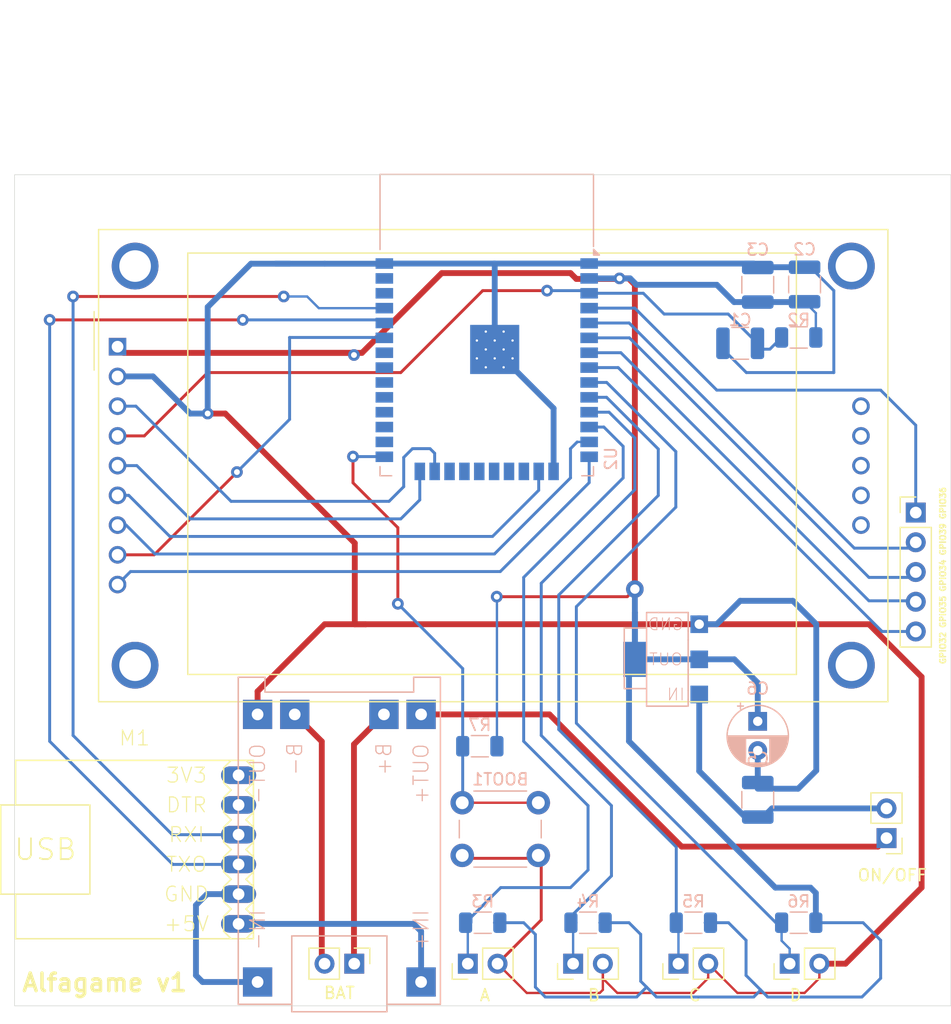
<source format=kicad_pcb>
(kicad_pcb (version 20241229) (generator "pcbnew") (generator_version "9.0")
  (layers (0 "F.Cu" signal) (2 "B.Cu" signal) (13 "F.Paste" user) (15 "B.Paste" user) (5 "F.SilkS" user "F.Silkscreen") (7 "B.SilkS" user "B.Silkscreen") (1 "F.Mask" user) (3 "B.Mask" user) (25 "Edge.Cuts" user))
  (net 0 "")
  (net 1 "RESET")
  (net 4 "LED")
  (net 5 "SCK")
  (net 8 "MOSI")
  (net 10 "D{slash}C")
  (net 11 "MISO")
  (net 12 "CS")
  (net 16 "GPIO36")
  (net 18 "+3V3")
  (net 20 "GPIO32")
  (net 24 "GPIO34")
  (net 26 "GPIO39")
  (net 27 "GPIO35")
  (net 32 "-BATT")
  (net 33 "+VSW")
  (net 34 "+BATT")
  (net 35 "-VSW")
  (net 36 "Net-(J2-Pin_1)")
  (net 37 "Net-(J4-Pin_1)")
  (net 38 "Net-(J5-Pin_1)")
  (net 39 "Net-(J6-Pin_1)")
  (net 42 "GND")
  (net 45 "+5V")
  (net 46 "-5V")
  (net 47 "RX")
  (net 48 "TX")
  (net 49 "Net-(U2-IO0)")
  (footprint "Connector_PinHeader_2.54mm:PinHeader_1x02_P2.54mm_Vertical" (layer "F.Cu") (at 202.225 92.5 90)
    (property "Reference" "J5" (hide yes))
    (property "Value" "Conn_01x02_Socket" (hide yes))
    (pad "1" thru_hole rect (at 0 0 90) (size 1.7 1.7) (drill 1) (layers "*.Cu" "*.Mask") (net 38 "Net-(J5-Pin_1)"))
    (pad "2" thru_hole oval (at 0 2.54 90) (size 1.7 1.7) (drill 1) (layers "*.Cu" "*.Mask") (net 42 "GND"))
  )
  (footprint "Connector_PinHeader_2.54mm:PinHeader_1x02_P2.54mm_Vertical" (layer "F.Cu") (at 184.225 92.5 90)
    (property "Reference" "J2" (hide yes))
    (property "Value" "Conn_01x02_Socket" (hide yes))
    (pad "1" thru_hole rect (at 0 0 90) (size 1.7 1.7) (drill 1) (layers "*.Cu" "*.Mask") (net 36 "Net-(J2-Pin_1)"))
    (pad "2" thru_hole oval (at 0 2.54 90) (size 1.7 1.7) (drill 1) (layers "*.Cu" "*.Mask") (net 42 "GND"))
  )
  (footprint "Connector_PinHeader_2.54mm:PinHeader_1x02_P2.54mm_Vertical" (layer "F.Cu") (at 211.725 92.5 90)
    (property "Reference" "J6" (hide yes))
    (property "Value" "Conn_01x02_Socket" (hide yes))
    (pad "1" thru_hole rect (at 0 0 90) (size 1.7 1.7) (drill 1) (layers "*.Cu" "*.Mask") (net 39 "Net-(J6-Pin_1)"))
    (pad "2" thru_hole oval (at 0 2.54 90) (size 1.7 1.7) (drill 1) (layers "*.Cu" "*.Mask") (net 42 "GND"))
  )
  (footprint "Display:CR2013-MI2120" (layer "F.Cu") (at 154.3 39.79)
    (property "Reference" "DISPLAY2.8\"1" (hide yes))
    (property "Value" "CR2013-MI2120" (hide yes))
    (pad "" thru_hole circle (at 1.5 -6.89) (size 4 4) (drill 2.7) (layers "*.Cu" "*.Mask"))
    (pad "" thru_hole circle (at 1.5 27.21) (size 4 4) (drill 2.7) (layers "*.Cu" "*.Mask"))
    (pad "" thru_hole circle (at 62.7 -6.89) (size 4 4) (drill 2.7) (layers "*.Cu" "*.Mask"))
    (pad "" thru_hole circle (at 62.7 27.21) (size 4 4) (drill 2.7) (layers "*.Cu" "*.Mask"))
    (pad "1" thru_hole rect (at 0 0) (size 1.5 1.5) (drill 1) (layers "*.Cu" "*.Mask") (net 18 "+3V3"))
    (pad "2" thru_hole circle (at 0 2.54) (size 1.5 1.5) (drill 1) (layers "*.Cu" "*.Mask") (net 42 "GND"))
    (pad "3" thru_hole circle (at 0 5.08) (size 1.5 1.5) (drill 1) (layers "*.Cu" "*.Mask") (net 12 "CS"))
    (pad "4" thru_hole circle (at 0 7.62) (size 1.5 1.5) (drill 1) (layers "*.Cu" "*.Mask") (net 1 "RESET"))
    (pad "5" thru_hole circle (at 0 10.16) (size 1.5 1.5) (drill 1) (layers "*.Cu" "*.Mask") (net 10 "D{slash}C"))
    (pad "6" thru_hole circle (at 0 12.7) (size 1.5 1.5) (drill 1) (layers "*.Cu" "*.Mask") (net 8 "MOSI"))
    (pad "7" thru_hole circle (at 0 15.24) (size 1.5 1.5) (drill 1) (layers "*.Cu" "*.Mask") (net 5 "SCK"))
    (pad "8" thru_hole circle (at 0 17.78) (size 1.5 1.5) (drill 1) (layers "*.Cu" "*.Mask") (net 4 "LED"))
    (pad "9" thru_hole circle (at 0 20.32) (size 1.5 1.5) (drill 1) (layers "*.Cu" "*.Mask") (net 11 "MISO"))
    (pad "10" thru_hole circle (at 63.52 5.08) (size 1.5 1.5) (drill 1) (layers "*.Cu" "*.Mask"))
    (pad "11" thru_hole circle (at 63.52 7.62) (size 1.5 1.5) (drill 1) (layers "*.Cu" "*.Mask"))
    (pad "12" thru_hole circle (at 63.52 10.16) (size 1.5 1.5) (drill 1) (layers "*.Cu" "*.Mask"))
    (pad "13" thru_hole circle (at 63.52 12.7) (size 1.5 1.5) (drill 1) (layers "*.Cu" "*.Mask"))
    (pad "14" thru_hole circle (at 63.52 15.24) (size 1.5 1.5) (drill 1) (layers "*.Cu" "*.Mask"))
  )
  (footprint "Connector_PinHeader_2.54mm:PinHeader_1x05_P2.54mm_Vertical" (layer "F.Cu") (at 222.5 53.96)
    (property "Reference" "J1" (hide yes))
    (property "Value" "Conn_01x05_Socket" (hide yes))
    (pad "1" thru_hole rect (at 0 0) (size 1.7 1.7) (drill 1) (layers "*.Cu" "*.Mask") (net 16 "GPIO36"))
    (pad "2" thru_hole oval (at 0 2.54) (size 1.7 1.7) (drill 1) (layers "*.Cu" "*.Mask") (net 26 "GPIO39"))
    (pad "3" thru_hole oval (at 0 5.08) (size 1.7 1.7) (drill 1) (layers "*.Cu" "*.Mask") (net 24 "GPIO34"))
    (pad "4" thru_hole oval (at 0 7.62) (size 1.7 1.7) (drill 1) (layers "*.Cu" "*.Mask") (net 27 "GPIO35"))
    (pad "5" thru_hole oval (at 0 10.16) (size 1.7 1.7) (drill 1) (layers "*.Cu" "*.Mask") (net 20 "GPIO32"))
  )
  (footprint "Connector_PinHeader_2.54mm:PinHeader_1x02_P2.54mm_Vertical" (layer "F.Cu") (at 174.525 92.5 -90)
    (property "Reference" "BAT1" (hide yes))
    (property "Value" "BAT" (hide yes))
    (pad "1" thru_hole rect (at 0 0 270) (size 1.7 1.7) (drill 1) (layers "*.Cu" "*.Mask") (net 34 "+BATT"))
    (pad "2" thru_hole oval (at 0 2.54 270) (size 1.7 1.7) (drill 1) (layers "*.Cu" "*.Mask") (net 32 "-BATT"))
  )
  (footprint "Connector_PinHeader_2.54mm:PinHeader_1x02_P2.54mm_Vertical" (layer "F.Cu") (at 193.225 92.5 90)
    (property "Reference" "J4" (hide yes))
    (property "Value" "Conn_01x02_Socket" (hide yes))
    (pad "1" thru_hole rect (at 0 0 90) (size 1.7 1.7) (drill 1) (layers "*.Cu" "*.Mask") (net 37 "Net-(J4-Pin_1)"))
    (pad "2" thru_hole oval (at 0 2.54 90) (size 1.7 1.7) (drill 1) (layers "*.Cu" "*.Mask") (net 42 "GND"))
  )
  (footprint "Connector_PinHeader_2.54mm:PinHeader_1x02_P2.54mm_Vertical" (layer "F.Cu") (at 220 81.775 180)
    (property "Reference" "SW1" (hide yes))
    (property "Value" "SW" (hide yes))
    (pad "1" thru_hole rect (at 0 0 180) (size 1.7 1.7) (drill 1) (layers "*.Cu" "*.Mask") (net 33 "+VSW"))
    (pad "2" thru_hole oval (at 0 2.54 180) (size 1.7 1.7) (drill 1) (layers "*.Cu" "*.Mask") (net 35 "-VSW"))
  )
  (footprint "Ben_modules:USB-SERIAL-CP2102" (layer "F.Cu") (at 155.75 82.75)
    (property "Reference" "M1" (at 0 -9.525 0) (layer "F.SilkS") (effects (font (size 1.27 1.27) (thickness 0.1016))))
    (property "Value" "USB-SERIAL-CP2102" (hide yes))
    (fp_text user "RXI" (at 4.445 -1.27 0) (layer "F.SilkS") (effects (font (size 1.27 1.27) (thickness 0.1016))))
    (fp_text user "GND" (at 4.445 3.81 0) (layer "F.SilkS") (effects (font (size 1.27 1.27) (thickness 0.1016))))
    (fp_text user "3V3" (at 4.445 -6.35 0) (layer "F.SilkS") (effects (font (size 1.27 1.27) (thickness 0.1016))))
    (fp_text user "+5V" (at 4.445 6.35 0) (layer "F.SilkS") (effects (font (size 1.27 1.27) (thickness 0.1016))))
    (fp_text user "USB" (at -7.62 0 0) (layer "F.SilkS") (effects (font (size 1.778 1.778) (thickness 0.1524))))
    (fp_text user "TXO" (at 4.445 1.27 0) (layer "F.SilkS") (effects (font (size 1.27 1.27) (thickness 0.1016))))
    (fp_text user "DTR" (at 4.445 -3.81 0) (layer "F.SilkS") (effects (font (size 1.27 1.27) (thickness 0.1016))))
    (pad "1" thru_hole oval (at 8.89 -6.35) (size 3 1.5) (drill 1) (layers "*.Cu" "*.Mask"))
    (pad "2" thru_hole oval (at 8.89 -3.81) (size 3 1.5) (drill 1) (layers "*.Cu" "*.Mask"))
    (pad "3" thru_hole oval (at 8.89 -1.27) (size 3 1.5) (drill 1) (layers "*.Cu" "*.Mask") (net 48 "TX"))
    (pad "4" thru_hole oval (at 8.89 1.27) (size 3 1.5) (drill 1) (layers "*.Cu" "*.Mask") (net 47 "RX"))
    (pad "5" thru_hole oval (at 8.89 3.81) (size 3 1.5) (drill 1) (layers "*.Cu" "*.Mask") (net 46 "-5V"))
    (pad "6" thru_hole oval (at 8.89 6.35) (size 3 1.5) (drill 1) (layers "*.Cu" "*.Mask") (net 45 "+5V"))
  )
  (footprint "Resistor_SMD:R_1206_3216Metric" (layer "B.Cu") (at 194.5 89 180)
    (property "Reference" "R4" (at 0 1.82 0) (layer "B.SilkS") (effects (justify mirror)))
    (property "Value" "10k" (hide yes))
    (pad "1" smd roundrect (at -1.4625 0 180) (size 1.125 1.75) (layers "B.Cu" "B.Mask" "B.Paste") (roundrect_rratio 0.222222) (net 18 "+3V3"))
    (pad "2" smd roundrect (at 1.4625 0 180) (size 1.125 1.75) (layers "B.Cu" "B.Mask" "B.Paste") (roundrect_rratio 0.222222) (net 37 "Net-(J4-Pin_1)"))
  )
  (footprint "Resistor_SMD:R_1206_3216Metric" (layer "B.Cu") (at 212.5 89 180)
    (property "Reference" "R6" (at 0 1.82 0) (layer "B.SilkS") (effects (justify mirror)))
    (property "Value" "10k" (hide yes))
    (pad "1" smd roundrect (at -1.4625 0 180) (size 1.125 1.75) (layers "B.Cu" "B.Mask" "B.Paste") (roundrect_rratio 0.222222) (net 18 "+3V3"))
    (pad "2" smd roundrect (at 1.4625 0 180) (size 1.125 1.75) (layers "B.Cu" "B.Mask" "B.Paste") (roundrect_rratio 0.222222) (net 39 "Net-(J6-Pin_1)"))
  )
  (footprint "Resistor_SMD:R_1206_3216Metric" (layer "B.Cu") (at 185.25208 73.921415 180)
    (property "Reference" "R7" (at 0 1.82 0) (layer "B.SilkS") (effects (justify mirror)))
    (property "Value" "10k" (hide yes))
    (pad "1" smd roundrect (at -1.4625 0 180) (size 1.125 1.75) (layers "B.Cu" "B.Mask" "B.Paste") (roundrect_rratio 0.222222) (net 18 "+3V3"))
    (pad "2" smd roundrect (at 1.4625 0 180) (size 1.125 1.75) (layers "B.Cu" "B.Mask" "B.Paste") (roundrect_rratio 0.222222) (net 49 "Net-(U2-IO0)"))
  )
  (footprint "Capacitor_SMD:C_1210_3225Metric" (layer "B.Cu") (at 209 34.5 -90)
    (property "Reference" "C3" (at -3 0 0) (layer "B.SilkS") (effects (justify mirror)))
    (property "Value" "0.1uF")
    (pad "1" smd roundrect (at -1.475 0 270) (size 1.15 2.7) (layers "B.Cu" "B.Mask" "B.Paste") (roundrect_rratio 0.217391) (net 42 "GND"))
    (pad "2" smd roundrect (at 1.475 0 270) (size 1.15 2.7) (layers "B.Cu" "B.Mask" "B.Paste") (roundrect_rratio 0.217391) (net 18 "+3V3"))
  )
  (footprint "Button_Switch_THT:SW_PUSH_6mm_H13mm" (layer "B.Cu") (at 190.25 78.75 180)
    (property "Reference" "BOOT1" (at 3.25 2 0) (layer "B.SilkS") (effects (justify mirror)))
    (property "Value" "SW_Push" (hide yes))
    (pad "1" thru_hole circle (at 0 0 90) (size 2 2) (drill 1.1) (layers "*.Cu" "*.Mask") (net 49 "Net-(U2-IO0)"))
    (pad "1" thru_hole circle (at 6.5 0 90) (size 2 2) (drill 1.1) (layers "*.Cu" "*.Mask") (net 49 "Net-(U2-IO0)"))
    (pad "2" thru_hole circle (at 0 -4.5 90) (size 2 2) (drill 1.1) (layers "*.Cu" "*.Mask") (net 42 "GND"))
    (pad "2" thru_hole circle (at 6.5 -4.5 90) (size 2 2) (drill 1.1) (layers "*.Cu" "*.Mask") (net 42 "GND"))
  )
  (footprint "Resistor_SMD:R_1206_3216Metric" (layer "B.Cu") (at 185.5 89 180)
    (property "Reference" "R3" (at 0 1.82 0) (layer "B.SilkS") (effects (justify mirror)))
    (property "Value" "10k" (hide yes))
    (pad "1" smd roundrect (at -1.4625 0 180) (size 1.125 1.75) (layers "B.Cu" "B.Mask" "B.Paste") (roundrect_rratio 0.222222) (net 18 "+3V3"))
    (pad "2" smd roundrect (at 1.4625 0 180) (size 1.125 1.75) (layers "B.Cu" "B.Mask" "B.Paste") (roundrect_rratio 0.222222) (net 36 "Net-(J2-Pin_1)"))
  )
  (footprint "Capacitor_SMD:C_1210_3225Metric" (layer "B.Cu") (at 213 34.475 -90)
    (property "Reference" "C2" (at -3 0 0) (layer "B.SilkS") (effects (justify mirror)))
    (property "Value" "10uF")
    (pad "1" smd roundrect (at -1.475 0 270) (size 1.15 2.7) (layers "B.Cu" "B.Mask" "B.Paste") (roundrect_rratio 0.217391) (net 42 "GND"))
    (pad "2" smd roundrect (at 1.475 0 270) (size 1.15 2.7) (layers "B.Cu" "B.Mask" "B.Paste") (roundrect_rratio 0.217391) (net 18 "+3V3"))
  )
  (footprint "Ben_modules:TP4056_BAT_CHARGER-LI-PROT" (layer "B.Cu") (at 173.25 82 90)
    (property "Reference" "M3" (hide yes))
    (property "Value" "TP4056_BAT_CHARGER-LI-PROT" (hide yes))
    (fp_text user "OUT-" (at 5.715 -6.985 90) (layer "B.SilkS") (effects (font (size 1.27 1.27) (thickness 0.1016)) (justify mirror)))
    (fp_text user "B-" (at 6.985 -3.81 90) (layer "B.SilkS") (effects (font (size 1.27 1.27) (thickness 0.1016)) (justify mirror)))
    (fp_text user "B+" (at 6.985 3.81 90) (layer "B.SilkS") (effects (font (size 1.27 1.27) (thickness 0.1016)) (justify mirror)))
    (fp_text user "IN+" (at -7.62 6.985 90) (layer "B.SilkS") (effects (font (size 1.27 1.27) (thickness 0.1016)) (justify mirror)))
    (fp_text user "OUT+" (at 5.715 6.985 90) (layer "B.SilkS") (effects (font (size 1.27 1.27) (thickness 0.1016)) (justify mirror)))
    (fp_text user "IN-" (at -7.62 -6.985 90) (layer "B.SilkS") (effects (font (size 1.27 1.27) (thickness 0.1016)) (justify mirror)))
    (pad "B+" thru_hole rect (at 10.795 3.81 90) (size 2.5 2.5) (drill 1) (layers "*.Cu" "*.Paste" "*.Mask") (net 34 "+BATT"))
    (pad "B-" thru_hole rect (at 10.795 -3.81 90) (size 2.5 2.5) (drill 1) (layers "*.Cu" "*.Paste" "*.Mask") (net 32 "-BATT"))
    (pad "IN+" thru_hole rect (at -12.065 6.985 90) (size 2.5 2.5) (drill 1) (layers "*.Cu" "*.Paste" "*.Mask") (net 45 "+5V"))
    (pad "IN-" thru_hole rect (at -12.065 -6.985 90) (size 2.5 2.5) (drill 1) (layers "*.Cu" "*.Paste" "*.Mask") (net 46 "-5V"))
    (pad "OUT+" thru_hole rect (at 10.795 6.985 90) (size 2.5 2.5) (drill 1) (layers "*.Cu" "*.Paste" "*.Mask") (net 33 "+VSW"))
    (pad "OUT-" thru_hole rect (at 10.795 -6.985 90) (size 2.5 2.5) (drill 1) (layers "*.Cu" "*.Paste" "*.Mask") (net 42 "GND"))
  )
  (footprint "Capacitor_SMD:C_1210_3225Metric" (layer "B.Cu") (at 207.5 39.5 180)
    (property "Reference" "C1" (at 0 2 0) (layer "B.SilkS") (effects (justify mirror)))
    (property "Value" "fC")
    (pad "1" smd roundrect (at -1.475 0 180) (size 1.15 2.7) (layers "B.Cu" "B.Mask" "B.Paste") (roundrect_rratio 0.217391) (net 1 "RESET"))
    (pad "2" smd roundrect (at 1.475 0 180) (size 1.15 2.7) (layers "B.Cu" "B.Mask" "B.Paste") (roundrect_rratio 0.217391) (net 42 "GND"))
  )
  (footprint "Capacitor_SMD:C_1210_3225Metric" (layer "B.Cu") (at 209 78.5 90)
    (property "Reference" "C5" (at 3.5 0 0) (layer "B.SilkS") (effects (justify mirror)))
    (property "Value" "100nF")
    (pad "1" smd roundrect (at -1.475 0 90) (size 1.15 2.7) (layers "B.Cu" "B.Mask" "B.Paste") (roundrect_rratio 0.217391) (net 35 "-VSW"))
    (pad "2" smd roundrect (at 1.475 0 90) (size 1.15 2.7) (layers "B.Cu" "B.Mask" "B.Paste") (roundrect_rratio 0.217391) (net 42 "GND"))
  )
  (footprint "Capacitor_THT:CP_Radial_D5.0mm_P2.50mm" (layer "B.Cu") (at 209 71.794888 -90)
    (property "Reference" "C6" (at -2.794888 0 180) (layer "B.SilkS") (effects (justify mirror)))
    (property "Value" "47uF")
    (pad "1" thru_hole rect (at 0 0 270) (size 1.6 1.6) (drill 0.8) (layers "*.Cu" "*.Mask") (net 18 "+3V3"))
    (pad "2" thru_hole circle (at 2.5 0 270) (size 1.6 1.6) (drill 0.8) (layers "*.Cu" "*.Mask") (net 42 "GND"))
  )
  (footprint "Resistor_SMD:R_1206_3216Metric" (layer "B.Cu") (at 203.5 89 180)
    (property "Reference" "R5" (at 0 1.82 0) (layer "B.SilkS") (effects (justify mirror)))
    (property "Value" "10k" (hide yes))
    (pad "1" smd roundrect (at -1.4625 0 180) (size 1.125 1.75) (layers "B.Cu" "B.Mask" "B.Paste") (roundrect_rratio 0.222222) (net 18 "+3V3"))
    (pad "2" smd roundrect (at 1.4625 0 180) (size 1.125 1.75) (layers "B.Cu" "B.Mask" "B.Paste") (roundrect_rratio 0.222222) (net 38 "Net-(J5-Pin_1)"))
  )
  (footprint "RF_Module:ESP32-WROOM-32" (layer "B.Cu") (at 185.845 40.935 180)
    (property "Reference" "U2" (at -10.61 -8.43 90) (layer "B.SilkS") (effects (justify mirror)))
    (property "Value" "ESP32-WROOM-32" (hide yes))
    (pad "1" smd rect (at -8.75 8.25 180) (size 1.5 0.9) (layers "B.Cu" "B.Mask" "B.Paste") (net 42 "GND"))
    (pad "2" smd rect (at -8.75 6.98 180) (size 1.5 0.9) (layers "B.Cu" "B.Mask" "B.Paste") (net 18 "+3V3"))
    (pad "3" smd rect (at -8.75 5.71 180) (size 1.5 0.9) (layers "B.Cu" "B.Mask" "B.Paste") (net 1 "RESET"))
    (pad "4" smd rect (at -8.75 4.44 180) (size 1.5 0.9) (layers "B.Cu" "B.Mask" "B.Paste") (net 16 "GPIO36"))
    (pad "5" smd rect (at -8.75 3.17 180) (size 1.5 0.9) (layers "B.Cu" "B.Mask" "B.Paste") (net 26 "GPIO39"))
    (pad "6" smd rect (at -8.75 1.9 180) (size 1.5 0.9) (layers "B.Cu" "B.Mask" "B.Paste") (net 24 "GPIO34"))
    (pad "7" smd rect (at -8.75 0.63 180) (size 1.5 0.9) (layers "B.Cu" "B.Mask" "B.Paste") (net 27 "GPIO35"))
    (pad "8" smd rect (at -8.75 -0.64 180) (size 1.5 0.9) (layers "B.Cu" "B.Mask" "B.Paste") (net 20 "GPIO32"))
    (pad "9" smd rect (at -8.75 -1.91 180) (size 1.5 0.9) (layers "B.Cu" "B.Mask" "B.Paste") (net 39 "Net-(J6-Pin_1)"))
    (pad "10" smd rect (at -8.75 -3.18 180) (size 1.5 0.9) (layers "B.Cu" "B.Mask" "B.Paste") (net 38 "Net-(J5-Pin_1)"))
    (pad "11" smd rect (at -8.75 -4.45 180) (size 1.5 0.9) (layers "B.Cu" "B.Mask" "B.Paste") (net 37 "Net-(J4-Pin_1)"))
    (pad "12" smd rect (at -8.75 -5.72 180) (size 1.5 0.9) (layers "B.Cu" "B.Mask" "B.Paste") (net 36 "Net-(J2-Pin_1)"))
    (pad "13" smd rect (at -8.75 -6.99 180) (size 1.5 0.9) (layers "B.Cu" "B.Mask" "B.Paste") (net 5 "SCK"))
    (pad "14" smd rect (at -8.75 -8.26 180) (size 1.5 0.9) (layers "B.Cu" "B.Mask" "B.Paste") (net 11 "MISO"))
    (pad "15" smd rect (at -5.71 -9.51 90) (size 1.5 0.9) (layers "B.Cu" "B.Mask" "B.Paste") (net 42 "GND"))
    (pad "16" smd rect (at -4.44 -9.51 90) (size 1.5 0.9) (layers "B.Cu" "B.Mask" "B.Paste") (net 8 "MOSI"))
    (pad "17" smd rect (at -3.17 -9.51 90) (size 1.5 0.9) (layers "B.Cu" "B.Mask" "B.Paste"))
    (pad "18" smd rect (at -1.9 -9.51 90) (size 1.5 0.9) (layers "B.Cu" "B.Mask" "B.Paste"))
    (pad "19" smd rect (at -0.63 -9.51 90) (size 1.5 0.9) (layers "B.Cu" "B.Mask" "B.Paste"))
    (pad "20" smd rect (at 0.64 -9.51 90) (size 1.5 0.9) (layers "B.Cu" "B.Mask" "B.Paste"))
    (pad "21" smd rect (at 1.91 -9.51 90) (size 1.5 0.9) (layers "B.Cu" "B.Mask" "B.Paste"))
    (pad "22" smd rect (at 3.18 -9.51 90) (size 1.5 0.9) (layers "B.Cu" "B.Mask" "B.Paste"))
    (pad "23" smd rect (at 4.45 -9.51 90) (size 1.5 0.9) (layers "B.Cu" "B.Mask" "B.Paste") (net 12 "CS"))
    (pad "24" smd rect (at 5.72 -9.51 90) (size 1.5 0.9) (layers "B.Cu" "B.Mask" "B.Paste") (net 10 "D{slash}C"))
    (pad "25" smd rect (at 8.75 -8.26 180) (size 1.5 0.9) (layers "B.Cu" "B.Mask" "B.Paste") (net 49 "Net-(U2-IO0)"))
    (pad "26" smd rect (at 8.75 -6.99 180) (size 1.5 0.9) (layers "B.Cu" "B.Mask" "B.Paste"))
    (pad "27" smd rect (at 8.75 -5.72 180) (size 1.5 0.9) (layers "B.Cu" "B.Mask" "B.Paste"))
    (pad "28" smd rect (at 8.75 -4.45 180) (size 1.5 0.9) (layers "B.Cu" "B.Mask" "B.Paste"))
    (pad "29" smd rect (at 8.75 -3.18 180) (size 1.5 0.9) (layers "B.Cu" "B.Mask" "B.Paste"))
    (pad "30" smd rect (at 8.75 -1.91 180) (size 1.5 0.9) (layers "B.Cu" "B.Mask" "B.Paste"))
    (pad "31" smd rect (at 8.75 -0.64 180) (size 1.5 0.9) (layers "B.Cu" "B.Mask" "B.Paste"))
    (pad "32" smd rect (at 8.75 0.63 180) (size 1.5 0.9) (layers "B.Cu" "B.Mask" "B.Paste"))
    (pad "33" smd rect (at 8.75 1.9 180) (size 1.5 0.9) (layers "B.Cu" "B.Mask" "B.Paste") (net 4 "LED"))
    (pad "34" smd rect (at 8.75 3.17 180) (size 1.5 0.9) (layers "B.Cu" "B.Mask" "B.Paste") (net 47 "RX"))
    (pad "35" smd rect (at 8.75 4.44 180) (size 1.5 0.9) (layers "B.Cu" "B.Mask" "B.Paste") (net 48 "TX"))
    (pad "36" smd rect (at 8.75 5.71 180) (size 1.5 0.9) (layers "B.Cu" "B.Mask" "B.Paste"))
    (pad "37" smd rect (at 8.75 6.98 180) (size 1.5 0.9) (layers "B.Cu" "B.Mask" "B.Paste"))
    (pad "38" smd rect (at 8.75 8.25 180) (size 1.5 0.9) (layers "B.Cu" "B.Mask" "B.Paste") (net 42 "GND"))
    (pad "39" smd rect (at -2.205 -0.615 180) (size 1.05 1.05) (layers "B.Cu" "B.Paste") (net 42 "GND"))
    (pad "39" thru_hole circle (at -2.205 0.1475 180) (size 0.6 0.6) (drill 0.2) (property pad_prop_heatsink) (layers "*.Cu" "B.Mask") (net 42 "GND"))
    (pad "39" smd rect (at -2.205 0.91 180) (size 1.05 1.05) (layers "B.Cu" "B.Paste") (net 42 "GND"))
    (pad "39" thru_hole circle (at -2.205 1.6725 180) (size 0.6 0.6) (drill 0.2) (property pad_prop_heatsink) (layers "*.Cu" "B.Mask") (net 42 "GND"))
    (pad "39" smd rect (at -2.205 2.435 180) (size 1.05 1.05) (layers "B.Cu" "B.Paste") (net 42 "GND"))
    (pad "39" thru_hole circle (at -1.4425 -0.615 180) (size 0.6 0.6) (drill 0.2) (property pad_prop_heatsink) (layers "*.Cu" "B.Mask") (net 42 "GND"))
    (pad "39" thru_hole circle (at -1.4425 0.91 180) (size 0.6 0.6) (drill 0.2) (property pad_prop_heatsink) (layers "*.Cu" "B.Mask") (net 42 "GND"))
    (pad "39" thru_hole circle (at -1.4425 2.435 180) (size 0.6 0.6) (drill 0.2) (property pad_prop_heatsink) (layers "*.Cu" "B.Mask") (net 42 "GND"))
    (pad "39" smd rect (at -0.68 -0.615 180) (size 1.05 1.05) (layers "B.Cu" "B.Paste") (net 42 "GND"))
    (pad "39" thru_hole circle (at -0.68 0.1475 180) (size 0.6 0.6) (drill 0.2) (property pad_prop_heatsink) (layers "*.Cu" "B.Mask") (net 42 "GND"))
    (pad "39" smd rect (at -0.68 0.91 180) (size 1.05 1.05) (layers "B.Cu" "B.Paste") (net 42 "GND"))
    (pad "39" smd rect (at -0.68 0.91 180) (size 4.2 4.2) (property pad_prop_heatsink) (layers "B.Cu" "B.Mask") (net 42 "GND"))
    (pad "39" thru_hole circle (at -0.68 1.6725 180) (size 0.6 0.6) (drill 0.2) (property pad_prop_heatsink) (layers "*.Cu" "B.Mask") (net 42 "GND"))
    (pad "39" smd rect (at -0.68 2.435 180) (size 1.05 1.05) (layers "B.Cu" "B.Paste") (net 42 "GND"))
    (pad "39" thru_hole circle (at 0.0825 -0.615 180) (size 0.6 0.6) (drill 0.2) (property pad_prop_heatsink) (layers "*.Cu" "B.Mask") (net 42 "GND"))
    (pad "39" thru_hole circle (at 0.0825 0.91 180) (size 0.6 0.6) (drill 0.2) (property pad_prop_heatsink) (layers "*.Cu" "B.Mask") (net 42 "GND"))
    (pad "39" thru_hole circle (at 0.0825 2.435 180) (size 0.6 0.6) (drill 0.2) (property pad_prop_heatsink) (layers "*.Cu" "B.Mask") (net 42 "GND"))
    (pad "39" smd rect (at 0.845 -0.615 180) (size 1.05 1.05) (layers "B.Cu" "B.Paste") (net 42 "GND"))
    (pad "39" thru_hole circle (at 0.845 0.1475 180) (size 0.6 0.6) (drill 0.2) (property pad_prop_heatsink) (layers "*.Cu" "B.Mask") (net 42 "GND"))
    (pad "39" smd rect (at 0.845 0.91 180) (size 1.05 1.05) (layers "B.Cu" "B.Paste") (net 42 "GND"))
    (pad "39" thru_hole circle (at 0.845 1.6725 180) (size 0.6 0.6) (drill 0.2) (property pad_prop_heatsink) (layers "*.Cu" "B.Mask") (net 42 "GND"))
    (pad "39" smd rect (at 0.845 2.435 180) (size 1.05 1.05) (layers "B.Cu" "B.Paste") (net 42 "GND"))
  )
  (footprint "Ben_modules:REG-AMS1117-3P#V" (layer "B.Cu") (at 199.5 67 -90)
    (property "Reference" "M2" (hide yes))
    (property "Value" "REG-AMS1117-3P-3.3V" (hide yes))
    (fp_text user "GND" (at -3.5 -1.651 0) (layer "B.SilkS") (effects (font (size 1.016 1.016) (thickness 0.0762)) (justify mirror)))
    (fp_text user "IN" (at 2.5 -2.5 0) (layer "B.SilkS") (effects (font (size 1.016 1.016) (thickness 0.0762)) (justify mirror)))
    (fp_text user "OUT" (at -0.5 -1.651 0) (layer "B.SilkS") (effects (font (size 1.016 1.016) (thickness 0.0762)) (justify mirror)))
    (pad "1" smd rect (at 2.5 -4.5 270) (size 1.50622 1.50622) (layers "B.Cu" "B.Mask" "B.Paste") (net 35 "-VSW"))
    (pad "2" smd rect (at -0.5 -4.5 270) (size 1.50622 1.50622) (layers "B.Cu" "B.Mask" "B.Paste") (net 18 "+3V3"))
    (pad "2" smd rect (at -0.5 1 270) (size 3 2) (layers "B.Cu" "B.Mask" "B.Paste") (net 18 "+3V3"))
    (pad "3" smd rect (at -3.5 -4.5 270) (size 1.50622 1.50622) (layers "B.Cu" "B.Mask" "B.Paste") (net 42 "GND"))
  )
  (footprint "Resistor_SMD:R_1206_3216Metric" (layer "B.Cu") (at 212.5 39 180)
    (property "Reference" "R2" (at 0 1.5 0) (layer "B.SilkS") (effects (justify mirror)))
    (property "Value" "~" (hide yes))
    (pad "1" smd roundrect (at -1.4625 0 180) (size 1.125 1.75) (layers "B.Cu" "B.Mask" "B.Paste") (roundrect_rratio 0.222222) (net 18 "+3V3"))
    (pad "2" smd roundrect (at 1.4625 0 180) (size 1.125 1.75) (layers "B.Cu" "B.Mask" "B.Paste") (roundrect_rratio 0.222222) (net 1 "RESET"))
  )
  (gr_rect (start 145.5 25.1) (end 225.5 96.1) (stroke (width 0.05)) (fill no) (layer "Edge.Cuts"))
  (gr_text "BAT\n" (at 173.25 95 0) (layer "F.SilkS") (effects (font (size 1 1))))
  (gr_text "GPIO32 GPIO35 GPIO34 GPIO39 GPIO36\n" (at 224.816515 59.343544 90) (layer "F.SilkS") (effects (font (size 0.5 0.5) (thickness 0.125) (bold yes))))
  (gr_text "ON/OFF\n\n" (at 220.5 85.75 0) (layer "F.SilkS") (effects (font (size 1 1))))
  (gr_text "A           B          C          D\n\n" (at 199 96 0) (layer "F.SilkS") (effects (font (size 1 1))))
  (gr_text "Alfagame v1\n" (at 146 95 0) (layer "F.SilkS") (effects (font (size 1.5 1.5) (thickness 0.3) (bold yes)) (justify left bottom)))
  (segment (start 162 42) (end 156.59 47.41) (width 0.25) (layer "F.Cu") (net 1))
  (segment (start 191 35) (end 185.5 35) (width 0.25) (layer "F.Cu") (net 1))
  (segment (start 178.5 42) (end 162 42) (width 0.25) (layer "F.Cu") (net 1))
  (segment (start 185.5 35) (end 178.5 42) (width 0.25) (layer "F.Cu") (net 1))
  (segment (start 156.59 47.41) (end 154.3 47.41) (width 0.25) (layer "F.Cu") (net 1))
  (via (at 191 35) (size 1) (drill 0.5) (layers "F.Cu" "B.Cu") (net 1))
  (segment (start 206.475 37) (end 201 37) (width 0.25) (layer "B.Cu") (net 1))
  (segment (start 191 35) (end 194.37 35) (width 0.25) (layer "B.Cu") (net 1))
  (segment (start 199.225 35.225) (end 194.595 35.225) (width 0.25) (layer "B.Cu") (net 1))
  (segment (start 210.0375 40) (end 208.975 40) (width 0.25) (layer "B.Cu") (net 1))
  (segment (start 208.975 39.5) (end 206.475 37) (width 0.25) (layer "B.Cu") (net 1))
  (segment (start 211.0375 39) (end 210.0375 40) (width 0.25) (layer "B.Cu") (net 1))
  (segment (start 201 37) (end 199.225 35.225) (width 0.25) (layer "B.Cu") (net 1))
  (segment (start 194.37 35) (end 194.595 35.225) (width 0.2) (layer "B.Cu") (net 1))
  (segment (start 164.5 50.5) (end 164.5 50.511043) (width 0.25) (layer "F.Cu") (net 4))
  (segment (start 163 52) (end 157.43 57.57) (width 0.25) (layer "F.Cu") (net 4))
  (segment (start 163.011043 52) (end 163 52) (width 0.25) (layer "F.Cu") (net 4))
  (segment (start 164.5 50.511043) (end 163.011043 52) (width 0.25) (layer "F.Cu") (net 4))
  (segment (start 157.43 57.57) (end 154.3 57.57) (width 0.25) (layer "F.Cu") (net 4))
  (via (at 164.5 50.5) (size 1) (drill 0.5) (layers "F.Cu" "B.Cu") (net 4))
  (segment (start 169 39) (end 177.06 39) (width 0.25) (layer "B.Cu") (net 4))
  (segment (start 169 46) (end 169 39) (width 0.25) (layer "B.Cu") (net 4))
  (segment (start 164.5 50.5) (end 169 46) (width 0.25) (layer "B.Cu") (net 4))
  (segment (start 177.095 39.035) (end 177.06 39) (width 0.2) (layer "B.Cu") (net 4))
  (segment (start 193.575 47.925) (end 193 48.5) (width 0.25) (layer "B.Cu") (net 5))
  (segment (start 194.595 47.925) (end 193.575 47.925) (width 0.2) (layer "B.Cu") (net 5))
  (segment (start 193 51) (end 186.5 57.5) (width 0.25) (layer "B.Cu") (net 5))
  (segment (start 193 48.5) (end 193 51) (width 0.25) (layer "B.Cu") (net 5))
  (segment (start 186.5 57.5) (end 157.5 57.5) (width 0.25) (layer "B.Cu") (net 5))
  (segment (start 155.03 55.03) (end 154.3 55.03) (width 0.25) (layer "B.Cu") (net 5))
  (segment (start 157.5 57.5) (end 155.03 55.03) (width 0.25) (layer "B.Cu") (net 5))
  (segment (start 158.768829 56) (end 155.258829 52.49) (width 0.25) (layer "B.Cu") (net 8))
  (segment (start 186.34 56) (end 158.768829 56) (width 0.25) (layer "B.Cu") (net 8))
  (segment (start 190.285 52.055) (end 186.34 56) (width 0.25) (layer "B.Cu") (net 8))
  (segment (start 190.285 50.445) (end 190.285 52.055) (width 0.25) (layer "B.Cu") (net 8))
  (segment (start 155.258829 52.49) (end 154.3 52.49) (width 0.25) (layer "B.Cu") (net 8))
  (segment (start 154.3 49.95) (end 155.95 49.95) (width 0.25) (layer "B.Cu") (net 10))
  (segment (start 155.95 49.95) (end 160.5 54.5) (width 0.25) (layer "B.Cu") (net 10))
  (segment (start 160.5 54.5) (end 178.5 54.5) (width 0.25) (layer "B.Cu") (net 10))
  (segment (start 178.5 54.5) (end 180.125 52.875) (width 0.25) (layer "B.Cu") (net 10))
  (segment (start 180.125 52.875) (end 180.125 50.445) (width 0.25) (layer "B.Cu") (net 10))
  (segment (start 187 59) (end 155.41 59) (width 0.25) (layer "B.Cu") (net 11))
  (segment (start 155.41 59) (end 154.3 60.11) (width 0.25) (layer "B.Cu") (net 11))
  (segment (start 194.5 49.29) (end 194.595 49.195) (width 0.5) (layer "B.Cu") (net 11))
  (segment (start 194.595 49.195) (end 194.595 51.405) (width 0.25) (layer "B.Cu") (net 11))
  (segment (start 194.595 51.405) (end 187 59) (width 0.25) (layer "B.Cu") (net 11))
  (segment (start 181.395 50.445) (end 181.395 48.895) (width 0.25) (layer "B.Cu") (net 12))
  (segment (start 181.395 48.895) (end 181 48.5) (width 0.25) (layer "B.Cu") (net 12))
  (segment (start 179.5 48.5) (end 178.75 49.25) (width 0.25) (layer "B.Cu") (net 12))
  (segment (start 181 48.5) (end 179.5 48.5) (width 0.25) (layer "B.Cu") (net 12))
  (segment (start 178.75 51.75) (end 177.5 53) (width 0.25) (layer "B.Cu") (net 12))
  (segment (start 164 53) (end 155.87 44.87) (width 0.25) (layer "B.Cu") (net 12))
  (segment (start 178.75 49.25) (end 178.75 51.75) (width 0.25) (layer "B.Cu") (net 12))
  (segment (start 155.87 44.87) (end 154.335 44.87) (width 0.25) (layer "B.Cu") (net 12))
  (segment (start 154.335 44.87) (end 154.3 44.87) (width 0.2) (layer "B.Cu") (net 12))
  (segment (start 177.5 53) (end 164 53) (width 0.25) (layer "B.Cu") (net 12))
  (segment (start 205.5 43.5) (end 198.495 36.495) (width 0.25) (layer "B.Cu") (net 16))
  (segment (start 222.5 46.5) (end 219.5 43.5) (width 0.25) (layer "B.Cu") (net 16))
  (segment (start 219.5 43.5) (end 205.5 43.5) (width 0.25) (layer "B.Cu") (net 16))
  (segment (start 198.495 36.495) (end 194.595 36.495) (width 0.25) (layer "B.Cu") (net 16))
  (segment (start 222.5 53.96) (end 222.5 46.5) (width 0.25) (layer "B.Cu") (net 16))
  (segment (start 197.189586 33.955) (end 197.144586 34) (width 0.5) (layer "F.Cu") (net 18))
  (segment (start 175.18 40.32) (end 169 40.32) (width 0.5) (layer "F.Cu") (net 18))
  (segment (start 174.5 40.5) (end 174.32 40.32) (width 0.25) (layer "F.Cu") (net 18))
  (segment (start 169 40.32) (end 154.83 40.32) (width 0.5) (layer "F.Cu") (net 18))
  (segment (start 197.955 33.955) (end 198.5 34.5) (width 0.5) (layer "F.Cu") (net 18))
  (segment (start 193.5 34) (end 193 33.5) (width 0.5) (layer "F.Cu") (net 18))
  (segment (start 193 33.5) (end 182 33.5) (width 0.5) (layer "F.Cu") (net 18))
  (segment (start 197.189586 33.955) (end 197.955 33.955) (width 0.5) (layer "F.Cu") (net 18))
  (segment (start 197.852113 61.147887) (end 186.699904 61.147887) (width 0.25) (layer "F.Cu") (net 18))
  (segment (start 197.144586 34) (end 193.5 34) (width 0.5) (layer "F.Cu") (net 18))
  (segment (start 198.5 60.5) (end 197.852113 61.147887) (width 0.25) (layer "F.Cu") (net 18))
  (segment (start 198.5 34.5) (end 198.5 60.5) (width 0.5) (layer "F.Cu") (net 18))
  (segment (start 154.83 40.32) (end 154.3 39.79) (width 0.5) (layer "F.Cu") (net 18))
  (segment (start 174.32 40.32) (end 169 40.32) (width 0.5) (layer "F.Cu") (net 18))
  (segment (start 182 33.5) (end 175.18 40.32) (width 0.5) (layer "F.Cu") (net 18))
  (via (at 197.189586 33.955) (size 1) (drill 0.5) (layers "F.Cu" "B.Cu") (net 18))
  (via (at 186.699904 61.147887) (size 1) (drill 0.5) (layers "F.Cu" "B.Cu") (net 18))
  (via (at 198.5 60.5) (size 1.5) (drill 0.8) (layers "F.Cu" "B.Cu") (net 18))
  (via (at 174.5 40.5) (size 1) (drill 0.5) (layers "F.Cu" "B.Cu") (net 18))
  (segment (start 208 93.5) (end 208 90.5) (width 0.25) (layer "B.Cu") (net 18))
  (segment (start 199 90) (end 199 94) (width 0.25) (layer "B.Cu") (net 18))
  (segment (start 212.975 35.975) (end 213 35.95) (width 0.2) (layer "B.Cu") (net 18))
  (segment (start 198 89) (end 199 90) (width 0.25) (layer "B.Cu") (net 18))
  (segment (start 209 68.5) (end 207 66.5) (width 0.5) (layer "B.Cu") (net 18))
  (segment (start 199 94) (end 199.5 94.5) (width 0.25) (layer "B.Cu") (net 18))
  (segment (start 217.901 95.349) (end 209.849 95.349) (width 0.25) (layer "B.Cu") (net 18))
  (segment (start 190.849 95.349) (end 198.651 95.349) (width 0.25) (layer "B.Cu") (net 18))
  (segment (start 190 90) (end 190 94.5) (width 0.25) (layer "B.Cu") (net 18))
  (segment (start 208 90.5) (end 206.5 89) (width 0.25) (layer "B.Cu") (net 18))
  (segment (start 207 66.5) (end 204 66.5) (width 0.5) (layer "B.Cu") (net 18))
  (segment (start 198.5 65.5) (end 198 66) (width 0.5) (layer "B.Cu") (net 18))
  (segment (start 205.5 34.5) (end 206.975 35.975) (width 0.5) (layer "B.Cu") (net 18))
  (segment (start 218 89) (end 219.5 90.5) (width 0.25) (layer "B.Cu") (net 18))
  (segment (start 186.71458 73.921415) (end 186.71458 61.302146) (width 0.2) (layer "B.Cu") (net 18))
  (segment (start 197.189586 33.955) (end 198.099586 33.955) (width 0.5) (layer "B.Cu") (net 18))
  (segment (start 219.5 93.75) (end 217.901 95.349) (width 0.25) (layer "B.Cu") (net 18))
  (segment (start 186.71458 61.302146) (end 186.721591 61.295135) (width 0.2) (layer "B.Cu") (net 18))
  (segment (start 189 89) (end 190 90) (width 0.25) (layer "B.Cu") (net 18))
  (segment (start 198.644586 34.5) (end 205.5 34.5) (width 0.5) (layer "B.Cu") (net 18))
  (segment (start 213.5 86) (end 213.9625 86.4625) (width 0.5) (layer "B.Cu") (net 18))
  (segment (start 198.5 60.5) (end 198.5 62.5) (width 0.5) (layer "B.Cu") (net 18))
  (segment (start 198.5 66.5) (end 204 66.5) (width 0.5) (layer "B.Cu") (net 18))
  (segment (start 198 66) (end 198 73.5) (width 0.5) (layer "B.Cu") (net 18))
  (segment (start 190 94.5) (end 190.849 95.349) (width 0.25) (layer "B.Cu") (net 18))
  (segment (start 213.9625 86.4625) (end 213.9625 89) (width 0.5) (layer "B.Cu") (net 18))
  (segment (start 209.25 94.75) (end 208 93.5) (width 0.25) (layer "B.Cu") (net 18))
  (segment (start 209 71.794888) (end 209 68.5) (width 0.5) (layer "B.Cu") (net 18))
  (segment (start 213 35.95) (end 213.9625 36.9125) (width 0.2) (layer "B.Cu") (net 18))
  (segment (start 209 35.975) (end 212.975 35.975) (width 0.5) (layer "B.Cu") (net 18))
  (segment (start 206.5 89) (end 204.5 89) (width 0.25) (layer "B.Cu") (net 18))
  (segment (start 197.189586 33.955) (end 194.595 33.955) (width 0.5) (layer "B.Cu") (net 18))
  (segment (start 198.651 95.349) (end 199.5 94.5) (width 0.25) (layer "B.Cu") (net 18))
  (segment (start 199.5 94.5) (end 200.349 95.349) (width 0.25) (layer "B.Cu") (net 18))
  (segment (start 195.5 89) (end 198 89) (width 0.25) (layer "B.Cu") (net 18))
  (segment (start 213.9625 36.9125) (end 213.9625 39) (width 0.2) (layer "B.Cu") (net 18))
  (segment (start 198.5 62.5) (end 198.5 66.5) (width 0.5) (layer "B.Cu") (net 18))
  (segment (start 206.975 35.975) (end 209 35.975) (width 0.5) (layer "B.Cu") (net 18))
  (segment (start 200.349 95.349) (end 208.651 95.349) (width 0.25) (layer "B.Cu") (net 18))
  (segment (start 209.849 95.349) (end 209.25 94.75) (width 0.25) (layer "B.Cu") (net 18))
  (segment (start 198.5 62.5) (end 198.5 65.5) (width 0.5) (layer "B.Cu") (net 18))
  (segment (start 198 73.5) (end 210.5 86) (width 0.5) (layer "B.Cu") (net 18))
  (segment (start 198.099586 33.955) (end 198.644586 34.5) (width 0.5) (layer "B.Cu") (net 18))
  (segment (start 208.651 95.349) (end 209.25 94.75) (width 0.25) (layer "B.Cu") (net 18))
  (segment (start 219.5 90.5) (end 219.5 93.75) (width 0.25) (layer "B.Cu") (net 18))
  (segment (start 210.5 86) (end 213.5 86) (width 0.5) (layer "B.Cu") (net 18))
  (segment (start 213.9625 89) (end 218 89) (width 0.25) (layer "B.Cu") (net 18))
  (segment (start 186.5 89) (end 189 89) (width 0.25) (layer "B.Cu") (net 18))
  (segment (start 219.62 64.12) (end 222.5 64.12) (width 0.25) (layer "B.Cu") (net 20))
  (segment (start 197.075 41.575) (end 219.62 64.12) (width 0.25) (layer "B.Cu") (net 20))
  (segment (start 194.595 41.575) (end 197.075 41.575) (width 0.25) (layer "B.Cu") (net 20))
  (segment (start 222.04 59.5) (end 222.5 59.04) (width 0.25) (layer "B.Cu") (net 24))
  (segment (start 218.5 59.5) (end 222.04 59.5) (width 0.25) (layer "B.Cu") (net 24))
  (segment (start 194.595 39.035) (end 198.035 39.035) (width 0.25) (layer "B.Cu") (net 24))
  (segment (start 198.035 39.035) (end 218.5 59.5) (width 0.25) (layer "B.Cu") (net 24))
  (segment (start 194.595 37.765) (end 198.015 37.765) (width 0.25) (layer "B.Cu") (net 26))
  (segment (start 222 57) (end 222.5 56.5) (width 0.25) (layer "B.Cu") (net 26))
  (segment (start 198.015 37.765) (end 217.25 57) (width 0.25) (layer "B.Cu") (net 26))
  (segment (start 217.25 57) (end 222 57) (width 0.25) (layer "B.Cu") (net 26))
  (segment (start 197.305 40.305) (end 218.5 61.5) (width 0.25) (layer "B.Cu") (net 27))
  (segment (start 218.5 61.5) (end 222.42 61.5) (width 0.25) (layer "B.Cu") (net 27))
  (segment (start 222.42 61.5) (end 222.5 61.58) (width 0.25) (layer "B.Cu") (net 27))
  (segment (start 194.595 40.305) (end 197.305 40.305) (width 0.25) (layer "B.Cu") (net 27))
  (segment (start 171.75 73.515) (end 171.75 92.265) (width 0.5) (layer "F.Cu") (net 32))
  (segment (start 171.75 92.265) (end 171.985 92.5) (width 0.2) (layer "F.Cu") (net 32))
  (segment (start 169.44 71.205) (end 171.75 73.515) (width 0.5) (layer "F.Cu") (net 32))
  (segment (start 191.205 71.205) (end 180.235 71.205) (width 0.5) (layer "F.Cu") (net 33))
  (segment (start 220 81.775) (end 219.275 82.5) (width 0.5) (layer "F.Cu") (net 33))
  (segment (start 219.275 82.5) (end 202.5 82.5) (width 0.5) (layer "F.Cu") (net 33))
  (segment (start 202.5 82.5) (end 191.205 71.205) (width 0.5) (layer "F.Cu") (net 33))
  (segment (start 174.5 73.765) (end 174.5 92.475) (width 0.5) (layer "F.Cu") (net 34))
  (segment (start 177.06 71.205) (end 174.5 73.765) (width 0.5) (layer "F.Cu") (net 34))
  (segment (start 174.5 92.475) (end 174.525 92.5) (width 0.5) (layer "F.Cu") (net 34))
  (segment (start 204 76.048319) (end 207.926681 79.975) (width 0.5) (layer "B.Cu") (net 35))
  (segment (start 220 79.235) (end 210.215 79.235) (width 0.5) (layer "B.Cu") (net 35))
  (segment (start 207.926681 79.975) (end 209 79.975) (width 0.2) (layer "B.Cu") (net 35))
  (segment (start 210.215 79.235) (end 209.45 80) (width 0.5) (layer "B.Cu") (net 35))
  (segment (start 204 69.5) (end 204 76.048319) (width 0.5) (layer "B.Cu") (net 35))
  (segment (start 194.5 84.5) (end 193 86) (width 0.25) (layer "B.Cu") (net 36))
  (segment (start 194.5 79) (end 194.5 84.5) (width 0.25) (layer "B.Cu") (net 36))
  (segment (start 189 59.5) (end 189 73.5) (width 0.25) (layer "B.Cu") (net 36))
  (segment (start 184.225 89.1875) (end 184.0375 89) (width 0.2) (layer "B.Cu") (net 36))
  (segment (start 184.0375 89) (end 184.5 89) (width 0.2) (layer "B.Cu") (net 36))
  (segment (start 184.225 92.5) (end 184.225 89.1875) (width 0.2) (layer "B.Cu") (net 36))
  (segment (start 189 73.5) (end 194.5 79) (width 0.25) (layer "B.Cu") (net 36))
  (segment (start 197.5 51) (end 189 59.5) (width 0.25) (layer "B.Cu") (net 36))
  (segment (start 195.85 46.655) (end 197.5 48.305) (width 0.25) (layer "B.Cu") (net 36))
  (segment (start 187.0375 86) (end 184.0375 89) (width 0.25) (layer "B.Cu") (net 36))
  (segment (start 194.595 46.655) (end 195.85 46.655) (width 0.25) (layer "B.Cu") (net 36))
  (segment (start 184.5 89) (end 184.5 88.5375) (width 0.25) (layer "B.Cu") (net 36))
  (segment (start 193 86) (end 187.0375 86) (width 0.25) (layer "B.Cu") (net 36))
  (segment (start 197.5 48.305) (end 197.5 51) (width 0.25) (layer "B.Cu") (net 36))
  (segment (start 196.5 84.999999) (end 193.0375 88.462499) (width 0.25) (layer "B.Cu") (net 37))
  (segment (start 190.5 60) (end 190.5 73) (width 0.25) (layer "B.Cu") (net 37))
  (segment (start 198.5 47.589859) (end 198.5 52) (width 0.25) (layer "B.Cu") (net 37))
  (segment (start 196.5 79) (end 196.5 84.999999) (width 0.25) (layer "B.Cu") (net 37))
  (segment (start 194.595 45.385) (end 196.295141 45.385) (width 0.25) (layer "B.Cu") (net 37))
  (segment (start 193 88.9625) (end 193.0375 89) (width 0.25) (layer "B.Cu") (net 37))
  (segment (start 196.295141 45.385) (end 198.5 47.589859) (width 0.25) (layer "B.Cu") (net 37))
  (segment (start 198.5 52) (end 190.5 60) (width 0.25) (layer "B.Cu") (net 37))
  (segment (start 193.225 92.5) (end 193.225 89.1875) (width 0.2) (layer "B.Cu") (net 37))
  (segment (start 193.225 89.1875) (end 193.0375 89) (width 0.2) (layer "B.Cu") (net 37))
  (segment (start 193.0375 88.462499) (end 193.0375 89) (width 0.25) (layer "B.Cu") (net 37))
  (segment (start 193.0375 89) (end 193.5 89) (width 0.2) (layer "B.Cu") (net 37))
  (segment (start 190.5 73) (end 196.5 79) (width 0.25) (layer "B.Cu") (net 37))
  (segment (start 202.225 92.5) (end 202.225 89.1875) (width 0.2) (layer "B.Cu") (net 38))
  (segment (start 202.0375 82.5375) (end 202.0375 89) (width 0.25) (layer "B.Cu") (net 38))
  (segment (start 194.595 44.115) (end 196.083074 44.115) (width 0.25) (layer "B.Cu") (net 38))
  (segment (start 192 72.5) (end 202.0375 82.5375) (width 0.25) (layer "B.Cu") (net 38))
  (segment (start 192 61) (end 192 72.5) (width 0.25) (layer "B.Cu") (net 38))
  (segment (start 202.225 89.1875) (end 202.0375 89) (width 0.2) (layer "B.Cu") (net 38))
  (segment (start 196.083074 44.115) (end 200.5 48.531926) (width 0.25) (layer "B.Cu") (net 38))
  (segment (start 200.5 52.5) (end 192 61) (width 0.25) (layer "B.Cu") (net 38))
  (segment (start 200.5 48.531926) (end 200.5 52.5) (width 0.25) (layer "B.Cu") (net 38))
  (segment (start 193.5 62) (end 202 53.5) (width 0.25) (layer "B.Cu") (net 39))
  (segment (start 211.0375 90.5375) (end 211.0375 89) (width 0.2) (layer "B.Cu") (net 39))
  (segment (start 210.548095 89) (end 193.5 71.951905) (width 0.25) (layer "B.Cu") (net 39))
  (segment (start 193.5 71.951905) (end 193.5 62) (width 0.25) (layer "B.Cu") (net 39))
  (segment (start 202 48.75) (end 196.095 42.845) (width 0.25) (layer "B.Cu") (net 39))
  (segment (start 196.095 42.845) (end 194.595 42.845) (width 0.25) (layer "B.Cu") (net 39))
  (segment (start 202 53.5) (end 202 48.75) (width 0.25) (layer "B.Cu") (net 39))
  (segment (start 211.725 91.225) (end 211.0375 90.5375) (width 0.2) (layer "B.Cu") (net 39))
  (segment (start 211.0375 89) (end 210.548095 89) (width 0.25) (layer "B.Cu") (net 39))
  (segment (start 211.725 92.5) (end 211.725 91.225) (width 0.2) (layer "B.Cu") (net 39))
  (segment (start 223 86) (end 216.5 92.5) (width 0.5) (layer "F.Cu") (net 42))
  (segment (start 218.5 63.5) (end 223 68) (width 0.5) (layer "F.Cu") (net 42))
  (segment (start 216.5 92.5) (end 214.265 92.5) (width 0.5) (layer "F.Cu") (net 42))
  (segment (start 207.265 95) (end 213 95) (width 0.2) (layer "F.Cu") (net 42))
  (segment (start 204 63.5) (end 218.5 63.5) (width 0.5) (layer "F.Cu") (net 42))
  (segment (start 223 68) (end 223 76.5) (width 0.5) (layer "F.Cu") (net 42))
  (segment (start 195.765 92.5) (end 195.765 93.765) (width 0.2) (layer "F.Cu") (net 42))
  (segment (start 190.5 83.5) (end 190.5 88.765) (width 0.25) (layer "F.Cu") (net 42))
  (segment (start 203.5 95) (end 204.765 93.735) (width 0.2) (layer "F.Cu") (net 42))
  (segment (start 162 45.5) (end 163.5 45.5) (width 0.5) (layer "F.Cu") (net 42))
  (segment (start 190.5 83.5) (end 184 83.5) (width 0.25) (layer "F.Cu") (net 42))
  (segment (start 223 76.6) (end 223 86) (width 0.5) (layer "F.Cu") (net 42))
  (segment (start 195.765 94.735) (end 195.765 92.5) (width 0.2) (layer "F.Cu") (net 42))
  (segment (start 174.57 63.5) (end 175.5 63.5) (width 0.5) (layer "F.Cu") (net 42))
  (segment (start 204.765 92.5) (end 207.265 95) (width 0.2) (layer "F.Cu") (net 42))
  (segment (start 174.57 56.57) (end 174.57 63.5) (width 0.5) (layer "F.Cu") (net 42))
  (segment (start 213 95) (end 214.265 93.735) (width 0.2) (layer "F.Cu") (net 42))
  (segment (start 172 63.5) (end 175.5 63.5) (width 0.5) (layer "F.Cu") (net 42))
  (segment (start 166.265 69.235) (end 172 63.5) (width 0.5) (layer "F.Cu") (net 42))
  (segment (start 163.5 45.5) (end 174.57 56.57) (width 0.5) (layer "F.Cu") (net 42))
  (segment (start 186.765 92.5) (end 189.265 95) (width 0.2) (layer "F.Cu") (net 42))
  (segment (start 190.5 88.765) (end 186.765 92.5) (width 0.25) (layer "F.Cu") (net 42))
  (segment (start 195.5 95) (end 195.765 94.735) (width 0.2) (layer "F.Cu") (net 42))
  (segment (start 204 63.5) (end 175.5 63.5) (width 0.5) (layer "F.Cu") (net 42))
  (segment (start 189.265 95) (end 195.5 95) (width 0.2) (layer "F.Cu") (net 42))
  (segment (start 214.265 93.735) (end 214.265 92.5) (width 0.2) (layer "F.Cu") (net 42))
  (segment (start 166.265 71.205) (end 166.265 69.235) (width 0.5) (layer "F.Cu") (net 42))
  (segment (start 197 95) (end 203.5 95) (width 0.2) (layer "F.Cu") (net 42))
  (segment (start 204.765 93.735) (end 204.765 92.5) (width 0.2) (layer "F.Cu") (net 42))
  (segment (start 195.765 93.765) (end 197 95) (width 0.2) (layer "F.Cu") (net 42))
  (via (at 204 63.5) (size 1.5) (drill 0.8) (layers "F.Cu" "B.Cu") (net 42))
  (via (at 162 45.5) (size 1) (drill 0.5) (layers "F.Cu" "B.Cu") (net 42))
  (segment (start 212 61.5) (end 207.5 61.5) (width 0.5) (layer "B.Cu") (net 42))
  (segment (start 172 32.7) (end 167.8 32.7) (width 0.5) (layer "B.Cu") (net 42))
  (segment (start 209 74.294888) (end 209 77.025) (width 0.5) (layer "B.Cu") (net 42))
  (segment (start 191.555 45.055) (end 188.05 41.55) (width 0.5) (layer "B.Cu") (net 42))
  (segment (start 194.595 32.685) (end 186.5 32.685) (width 0.5) (layer "B.Cu") (net 42))
  (segment (start 213 33) (end 209.025 33) (width 0.5) (layer "B.Cu") (net 42))
  (segment (start 208.025 42) (end 206.025 40) (width 0.25) (layer "B.Cu") (net 42))
  (segment (start 214 76) (end 214 63.5) (width 0.5) (layer "B.Cu") (net 42))
  (segment (start 205.5 63.5) (end 204 63.5) (width 0.5) (layer "B.Cu") (net 42))
  (segment (start 213.5 33) (end 215.5 35) (width 0.25) (layer "B.Cu") (net 42))
  (segment (start 165.7 32.7) (end 169 32.7) (width 0.5) (layer "B.Cu") (net 42))
  (segment (start 186.525 40.025) (end 186.525 32.71) (width 0.5) (layer "B.Cu") (net 42))
  (segment (start 215.5 42) (end 208.025 42) (width 0.25) (layer "B.Cu") (net 42))
  (segment (start 162 36.4) (end 165.7 32.7) (width 0.5) (layer "B.Cu") (net 42))
  (segment (start 186.5 32.685) (end 177.095 32.685) (width 0.5) (layer "B.Cu") (net 42))
  (segment (start 186.525 32.71) (end 186.5 32.685) (width 0.5) (layer "B.Cu") (net 42))
  (segment (start 160.5 45.5) (end 157.33 42.33) (width 0.5) (layer "B.Cu") (net 42))
  (segment (start 214 63.5) (end 212 61.5) (width 0.5) (layer "B.Cu") (net 42))
  (segment (start 209.025 33) (end 209 33.025) (width 0.2) (layer "B.Cu") (net 42))
  (segment (start 209 33.025) (end 208.66 32.685) (width 0.2) (layer "B.Cu") (net 42))
  (segment (start 215.5 35) (end 215.5 42) (width 0.25) (layer "B.Cu") (net 42))
  (segment (start 162 45.5) (end 162 36.4) (width 0.5) (layer "B.Cu") (net 42))
  (segment (start 177.08 32.7) (end 177.095 32.685) (width 0.2) (layer "B.Cu") (net 42))
  (segment (start 157.33 42.33) (end 154.3 42.33) (width 0.5) (layer "B.Cu") (net 42))
  (segment (start 191.555 50.445) (end 191.555 45.055) (width 0.5) (layer "B.Cu") (net 42))
  (segment (start 208.66 32.685) (end 194.595 32.685) (width 0.5) (layer "B.Cu") (net 42))
  (segment (start 212.45 77.55) (end 214 76) (width 0.5) (layer "B.Cu") (net 42))
  (segment (start 194.595 32.685) (end 194.78 32.5) (width 0.5) (layer "B.Cu") (net 42))
  (segment (start 209 77.55) (end 212.45 77.55) (width 0.5) (layer "B.Cu") (net 42))
  (segment (start 213 33) (end 213.5 33) (width 0.25) (layer "B.Cu") (net 42))
  (segment (start 207.5 61.5) (end 205.5 63.5) (width 0.5) (layer "B.Cu") (net 42))
  (segment (start 162 45.5) (end 160.5 45.5) (width 0.5) (layer "B.Cu") (net 42))
  (segment (start 172 32.7) (end 177.08 32.7) (width 0.5) (layer "B.Cu") (net 42))
  (segment (start 164.64 89.1) (end 165.6 89.1) (width 0.2) (layer "F.Cu") (net 45))
  (segment (start 179.6 89.1) (end 180.235 89.735) (width 0.5) (layer "B.Cu") (net 45))
  (segment (start 164.64 89.1) (end 179.6 89.1) (width 0.5) (layer "B.Cu") (net 45))
  (segment (start 180.235 89.735) (end 180.235 94.065) (width 0.5) (layer "B.Cu") (net 45))
  (segment (start 161.94 86.56) (end 161 87.5) (width 0.5) (layer "B.Cu") (net 46))
  (segment (start 161.565 94.065) (end 166.265 94.065) (width 0.5) (layer "B.Cu") (net 46))
  (segment (start 164.64 86.56) (end 161.94 86.56) (width 0.5) (layer "B.Cu") (net 46))
  (segment (start 161 93.5) (end 161.565 94.065) (width 0.5) (layer "B.Cu") (net 46))
  (segment (start 161 87.5) (end 161 93.5) (width 0.5) (layer "B.Cu") (net 46))
  (segment (start 165 37.5) (end 148.5 37.5) (width 0.25) (layer "F.Cu") (net 47))
  (via (at 165 37.5) (size 1) (drill 0.5) (layers "F.Cu" "B.Cu") (net 47))
  (via (at 148.5 37.5) (size 1) (drill 0.5) (layers "F.Cu" "B.Cu") (net 47))
  (segment (start 148.5 37.5) (end 148.5 73.5) (width 0.25) (layer "B.Cu") (net 47))
  (segment (start 177.095 37.765) (end 177.08 37.78) (width 0.2) (layer "B.Cu") (net 47))
  (segment (start 159.02 84.02) (end 164.64 84.02) (width 0.25) (layer "B.Cu") (net 47))
  (segment (start 165.10375 37.765) (end 165.06058 37.72183) (width 0.2) (layer "B.Cu") (net 47))
  (segment (start 176.83 37.5) (end 165.36875 37.5) (width 0.25) (layer "B.Cu") (net 47))
  (segment (start 177.095 37.765) (end 176.83 37.5) (width 0.25) (layer "B.Cu") (net 47))
  (segment (start 165.36875 37.5) (end 165.10375 37.765) (width 0.25) (layer "B.Cu") (net 47))
  (segment (start 148.5 73.5) (end 159.02 84.02) (width 0.25) (layer "B.Cu") (net 47))
  (segment (start 168.5 35.5) (end 150.5 35.5) (width 0.25) (layer "F.Cu") (net 48))
  (via (at 150.5 35.5) (size 1) (drill 0.5) (layers "F.Cu" "B.Cu") (net 48))
  (via (at 168.5 35.5) (size 1) (drill 0.5) (layers "F.Cu" "B.Cu") (net 48))
  (segment (start 150.5 35.5) (end 150.5 73) (width 0.25) (layer "B.Cu") (net 48))
  (segment (start 170.5 35.5) (end 171.5 36.5) (width 0.2) (layer "B.Cu") (net 48))
  (segment (start 168.5 35.5) (end 170.5 35.5) (width 0.2) (layer "B.Cu") (net 48))
  (segment (start 158.98 81.48) (end 164.64 81.48) (width 0.25) (layer "B.Cu") (net 48))
  (segment (start 150.5 73) (end 158.98 81.48) (width 0.25) (layer "B.Cu") (net 48))
  (segment (start 177.09 36.5) (end 177.095 36.495) (width 0.2) (layer "B.Cu") (net 48))
  (segment (start 171.5 36.5) (end 177.09 36.5) (width 0.2) (layer "B.Cu") (net 48))
  (segment (start 174.417014 49.178217) (end 174.417014 51.417014) (width 0.25) (layer "F.Cu") (net 49))
  (segment (start 190.25 78.75) (end 183.75 78.75) (width 0.2) (layer "F.Cu") (net 49))
  (segment (start 178.25 55.25) (end 178.25 61.75) (width 0.25) (layer "F.Cu") (net 49))
  (segment (start 174.417014 51.417014) (end 178.25 55.25) (width 0.25) (layer "F.Cu") (net 49))
  (via (at 174.417014 49.178217) (size 1) (drill 0.5) (layers "F.Cu" "B.Cu") (net 49))
  (via (at 178.25 61.75) (size 1) (drill 0.5) (layers "F.Cu" "B.Cu") (net 49))
  (segment (start 183.78958 78.71042) (end 183.75 78.75) (width 0.2) (layer "B.Cu") (net 49))
  (segment (start 176.805 49.195) (end 177.095 49.195) (width 0.25) (layer "B.Cu") (net 49))
  (segment (start 178.25 61.75) (end 183.78958 67.28958) (width 0.25) (layer "B.Cu") (net 49))
  (segment (start 183.78958 73.921415) (end 183.78958 78.71042) (width 0.25) (layer "B.Cu") (net 49))
  (segment (start 174.417014 49.178217) (end 176.788217 49.178217) (width 0.25) (layer "B.Cu") (net 49))
  (segment (start 183.78958 67.28958) (end 183.78958 73.921415) (width 0.25) (layer "B.Cu") (net 49))
  (segment (start 177.095 49.195) (end 176.8625 48.9625) (width 0.25) (layer "B.Cu") (net 49))
  (segment (start 176.788217 49.178217) (end 176.805 49.195) (width 0.25) (layer "B.Cu") (net 49))
)
</source>
